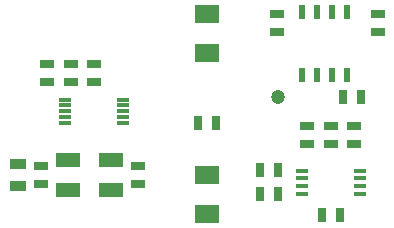
<source format=gtp>
G04 #@! TF.FileFunction,Paste,Top*
%FSLAX46Y46*%
G04 Gerber Fmt 4.6, Leading zero omitted, Abs format (unit mm)*
G04 Created by KiCad (PCBNEW 4.0.2+dfsg1-stable) date lun. 14 janv. 2019 10:15:00 CET*
%MOMM*%
G01*
G04 APERTURE LIST*
%ADD10C,0.100000*%
%ADD11R,1.070000X0.310000*%
%ADD12R,1.143000X0.635000*%
%ADD13R,0.635000X1.143000*%
%ADD14R,0.508000X1.143000*%
%ADD15C,1.198880*%
%ADD16R,1.000000X0.300000*%
%ADD17R,1.397000X0.889000*%
%ADD18R,2.000000X1.198880*%
%ADD19R,2.032000X1.524000*%
G04 APERTURE END LIST*
D10*
D11*
X161452500Y-110675000D03*
X161452500Y-111325000D03*
X161452500Y-111975000D03*
X161452500Y-110025000D03*
X156547500Y-110025000D03*
X156547500Y-110675000D03*
X156547500Y-111325000D03*
X156547500Y-111975000D03*
D12*
X159000000Y-107762000D03*
X159000000Y-106238000D03*
X157000000Y-106238000D03*
X157000000Y-107762000D03*
X161000000Y-106238000D03*
X161000000Y-107762000D03*
D13*
X152988000Y-112000000D03*
X154512000Y-112000000D03*
X154512000Y-110000000D03*
X152988000Y-110000000D03*
D14*
X160405000Y-101917000D03*
X160405000Y-96583000D03*
X159135000Y-101917000D03*
X157865000Y-101917000D03*
X156595000Y-101917000D03*
X159135000Y-96583000D03*
X157865000Y-96583000D03*
X156595000Y-96583000D03*
D12*
X154500000Y-96738000D03*
X154500000Y-98262000D03*
X163000000Y-98262000D03*
X163000000Y-96738000D03*
D13*
X160008000Y-103790000D03*
X161532000Y-103790000D03*
D15*
X154510000Y-103790000D03*
D12*
X135000000Y-102512000D03*
X135000000Y-100988000D03*
X137000000Y-100988000D03*
X137000000Y-102512000D03*
D16*
X141450000Y-106000000D03*
X141450000Y-105500000D03*
X141450000Y-105000000D03*
X141450000Y-104500000D03*
X141450000Y-104000000D03*
X136550000Y-104000000D03*
X136550000Y-104500000D03*
X136550000Y-105000000D03*
X136550000Y-105500000D03*
X136550000Y-106000000D03*
D17*
X132500000Y-111352500D03*
X132500000Y-109447500D03*
D12*
X134500000Y-111162000D03*
X134500000Y-109638000D03*
X139000000Y-102512000D03*
X139000000Y-100988000D03*
D13*
X158238000Y-113750000D03*
X159762000Y-113750000D03*
X149262000Y-106000000D03*
X147738000Y-106000000D03*
D18*
X140430000Y-109150000D03*
X136730000Y-109150000D03*
X136730000Y-111650000D03*
X140430000Y-111650000D03*
D12*
X142710000Y-111162000D03*
X142710000Y-109638000D03*
D19*
X148500000Y-113651000D03*
X148500000Y-110349000D03*
X148500000Y-96739000D03*
X148500000Y-100041000D03*
M02*

</source>
